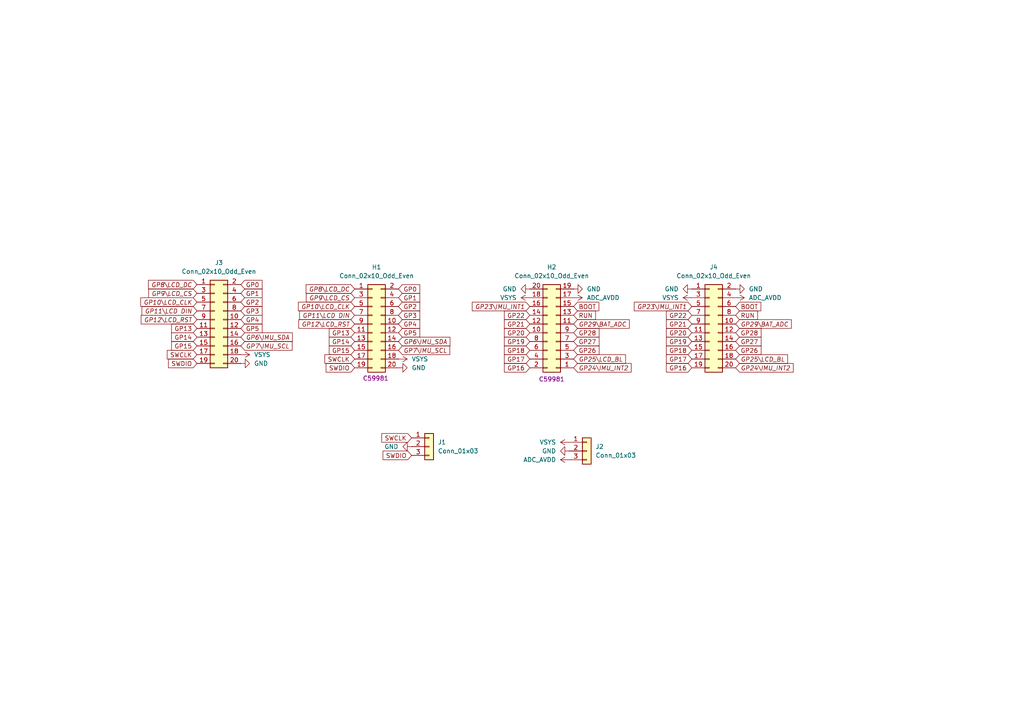
<source format=kicad_sch>
(kicad_sch (version 20231120) (generator "eeschema") (generator_version "8.0")
  (paper "A4")
  (title_block (title "RP2040-LCD-1.28 Adapter") (date "2025-01-18") (rev "1.0") (company "BeMa"))
  (lib_symbols
    (symbol "Connector_Generic:Conn_01x03" (pin_names (offset 1.016) hide)
      (property "Reference" "J" (at 0 5.08 0))
      (property "Value" "Conn_01x03" (at 0 -5.08 0))
      (symbol "Conn_01x03_1_1"
        (rectangle (start -1.27 -2.413) (end 0 -2.667) (stroke (width 0.1524)))
        (rectangle (start -1.27 0.127) (end 0 -0.127) (stroke (width 0.1524)))
        (rectangle (start -1.27 2.667) (end 0 2.413) (stroke (width 0.1524)))
        (rectangle (start -1.27 3.81) (end 1.27 -3.81) (stroke (width 0.254)) (fill (type background)))
        (pin passive line (at -5.08 2.54 0) (length 3.81) (name "Pin_1") (number "1"))
        (pin passive line (at -5.08 0 0) (length 3.81) (name "Pin_2") (number "2"))
        (pin passive line (at -5.08 -2.54 0) (length 3.81) (name "Pin_3") (number "3"))
      )
    )
    (symbol "Connector_Generic:Conn_02x10_Odd_Even" (pin_names (offset 1.016) hide)
      (property "Reference" "J" (at 1.27 12.7 0))
      (property "Value" "Conn_02x10_Odd_Even" (at 1.27 -15.24 0))
      (symbol "Conn_02x10_Odd_Even_1_1"
        (rectangle (start -1.27 -12.573) (end 0 -12.827) (stroke (width 0.1524)))
        (rectangle (start -1.27 -10.033) (end 0 -10.287) (stroke (width 0.1524)))
        (rectangle (start -1.27 -7.493) (end 0 -7.747) (stroke (width 0.1524)))
        (rectangle (start -1.27 -4.953) (end 0 -5.207) (stroke (width 0.1524)))
        (rectangle (start -1.27 -2.413) (end 0 -2.667) (stroke (width 0.1524)))
        (rectangle (start -1.27 0.127) (end 0 -0.127) (stroke (width 0.1524)))
        (rectangle (start -1.27 2.667) (end 0 2.413) (stroke (width 0.1524)))
        (rectangle (start -1.27 5.207) (end 0 4.953) (stroke (width 0.1524)))
        (rectangle (start -1.27 7.747) (end 0 7.493) (stroke (width 0.1524)))
        (rectangle (start -1.27 10.287) (end 0 10.033) (stroke (width 0.1524)))
        (rectangle (start -1.27 11.43) (end 3.81 -13.97) (stroke (width 0.254)) (fill (type background)))
        (rectangle (start 3.81 -12.573) (end 2.54 -12.827) (stroke (width 0.1524)))
        (rectangle (start 3.81 -10.033) (end 2.54 -10.287) (stroke (width 0.1524)))
        (rectangle (start 3.81 -7.493) (end 2.54 -7.747) (stroke (width 0.1524)))
        (rectangle (start 3.81 -4.953) (end 2.54 -5.207) (stroke (width 0.1524)))
        (rectangle (start 3.81 -2.413) (end 2.54 -2.667) (stroke (width 0.1524)))
        (rectangle (start 3.81 0.127) (end 2.54 -0.127) (stroke (width 0.1524)))
        (rectangle (start 3.81 2.667) (end 2.54 2.413) (stroke (width 0.1524)))
        (rectangle (start 3.81 5.207) (end 2.54 4.953) (stroke (width 0.1524)))
        (rectangle (start 3.81 7.747) (end 2.54 7.493) (stroke (width 0.1524)))
        (rectangle (start 3.81 10.287) (end 2.54 10.033) (stroke (width 0.1524)))
        (pin passive line (at -5.08 10.16 0) (length 3.81) (name "Pin_1") (number "1"))
        (pin passive line (at 7.62 0 180) (length 3.81) (name "Pin_10") (number "10"))
        (pin passive line (at -5.08 -2.54 0) (length 3.81) (name "Pin_11") (number "11"))
        (pin passive line (at 7.62 -2.54 180) (length 3.81) (name "Pin_12") (number "12"))
        (pin passive line (at -5.08 -5.08 0) (length 3.81) (name "Pin_13") (number "13"))
        (pin passive line (at 7.62 -5.08 180) (length 3.81) (name "Pin_14") (number "14"))
        (pin passive line (at -5.08 -7.62 0) (length 3.81) (name "Pin_15") (number "15"))
        (pin passive line (at 7.62 -7.62 180) (length 3.81) (name "Pin_16") (number "16"))
        (pin passive line (at -5.08 -10.16 0) (length 3.81) (name "Pin_17") (number "17"))
        (pin passive line (at 7.62 -10.16 180) (length 3.81) (name "Pin_18") (number "18"))
        (pin passive line (at -5.08 -12.7 0) (length 3.81) (name "Pin_19") (number "19"))
        (pin passive line (at 7.62 10.16 180) (length 3.81) (name "Pin_2") (number "2"))
        (pin passive line (at 7.62 -12.7 180) (length 3.81) (name "Pin_20") (number "20"))
        (pin passive line (at -5.08 7.62 0) (length 3.81) (name "Pin_3") (number "3"))
        (pin passive line (at 7.62 7.62 180) (length 3.81) (name "Pin_4") (number "4"))
        (pin passive line (at -5.08 5.08 0) (length 3.81) (name "Pin_5") (number "5"))
        (pin passive line (at 7.62 5.08 180) (length 3.81) (name "Pin_6") (number "6"))
        (pin passive line (at -5.08 2.54 0) (length 3.81) (name "Pin_7") (number "7"))
        (pin passive line (at 7.62 2.54 180) (length 3.81) (name "Pin_8") (number "8"))
        (pin passive line (at -5.08 0 0) (length 3.81) (name "Pin_9") (number "9"))
      )
    )
    (symbol "power:GND" (power) (pin_numbers hide) (pin_names (offset 0) hide)
      (property "Value" "GND" (at 0 -3.81 0))
      (symbol "GND_0_1"
        (polyline (pts (xy 0 0) (xy 0 -1.27) (xy 1.27 -1.27) (xy 0 -2.54) (xy -1.27 -1.27) (xy 0 -1.27)))
      )
      (symbol "GND_1_1"
        (pin power_in line (at 0 0 270) (length 0) (name "~") (number "1"))
      )
    )
    (symbol "power:VCC" (power) (pin_numbers hide) (pin_names (offset 0) hide)
      (property "Value" "VCC" (at 0 3.556 0))
      (symbol "VCC_0_1"
        (polyline (pts (xy -0.762 1.27) (xy 0 2.54)))
        (polyline (pts (xy 0 0) (xy 0 2.54)))
        (polyline (pts (xy 0 2.54) (xy 0.762 1.27)))
      )
      (symbol "VCC_1_1"
        (pin power_in line (at 0 0 90) (length 0) (name "~") (number "1"))
      )
    )
  )
  (global_label "GP14" (shape input) (at 57.15 97.79 180) (property "Intersheetrefs" "${INTERSHEET_REFS}" (effects (hide yes))))
  (global_label "SWDIO" (shape input) (at 57.15 105.41 180) (property "Intersheetrefs" "${INTERSHEET_REFS}" (effects (hide yes))))
  (global_label "SWCLK" (shape input) (at 102.87 104.14 180) (property "Intersheetrefs" "${INTERSHEET_REFS}" (effects (hide yes))))
  (global_label "GP0" (shape input) (at 69.85 82.55 0) (property "Intersheetrefs" "${INTERSHEET_REFS}" (effects (hide yes))))
  (global_label "GP12\\LCD_RST" (shape input) (at 57.15 92.71 180) (effects (font (italic yes))) (property "Intersheetrefs" "${INTERSHEET_REFS}" (effects (hide yes))))
  (global_label "GP15" (shape input) (at 57.15 100.33 180) (property "Intersheetrefs" "${INTERSHEET_REFS}" (effects (hide yes))))
  (global_label "GP26" (shape input) (at 166.37 101.6 0) (property "Intersheetrefs" "${INTERSHEET_REFS}" (effects (hide yes))))
  (global_label "GP27" (shape input) (at 213.36 99.06 0) (property "Intersheetrefs" "${INTERSHEET_REFS}" (effects (hide yes))))
  (global_label "GP1" (shape input) (at 115.57 86.36 0) (property "Intersheetrefs" "${INTERSHEET_REFS}" (effects (hide yes))))
  (global_label "GP13" (shape input) (at 102.87 96.52 180) (property "Intersheetrefs" "${INTERSHEET_REFS}" (effects (hide yes))))
  (global_label "GP10\\LCD_CLK" (shape input) (at 102.87 88.9 180) (effects (font (italic yes))) (property "Intersheetrefs" "${INTERSHEET_REFS}" (effects (hide yes))))
  (global_label "GP3" (shape input) (at 115.57 91.44 0) (property "Intersheetrefs" "${INTERSHEET_REFS}" (effects (hide yes))))
  (global_label "GP28" (shape input) (at 166.37 96.52 0) (property "Intersheetrefs" "${INTERSHEET_REFS}" (effects (hide yes))))
  (global_label "GP7\\IMU_SCL" (shape input) (at 115.57 101.6 0) (effects (font (italic yes))) (property "Intersheetrefs" "${INTERSHEET_REFS}" (effects (hide yes))))
  (global_label "GP23\\IMU_INT1" (shape input) (at 200.66 88.9 180) (effects (font (italic yes))) (property "Intersheetrefs" "${INTERSHEET_REFS}" (effects (hide yes))))
  (global_label "GP16" (shape input) (at 200.66 106.68 180) (property "Intersheetrefs" "${INTERSHEET_REFS}" (effects (hide yes))))
  (global_label "GP29\\BAT_ADC" (shape input) (at 166.37 93.98 0) (effects (font (italic yes))) (property "Intersheetrefs" "${INTERSHEET_REFS}" (effects (hide yes))))
  (global_label "SWCLK" (shape input) (at 119.38 127 180) (property "Intersheetrefs" "${INTERSHEET_REFS}" (effects (hide yes))))
  (global_label "GP25\\LCD_BL" (shape input) (at 213.36 104.14 0) (effects (font (italic yes))) (property "Intersheetrefs" "${INTERSHEET_REFS}" (effects (hide yes))))
  (global_label "GP24\\IMU_INT2" (shape input) (at 213.36 106.68 0) (effects (font (italic yes))) (property "Intersheetrefs" "${INTERSHEET_REFS}" (effects (hide yes))))
  (global_label "GP15" (shape input) (at 102.87 101.6 180) (property "Intersheetrefs" "${INTERSHEET_REFS}" (effects (hide yes))))
  (global_label "GP1" (shape input) (at 69.85 85.09 0) (property "Intersheetrefs" "${INTERSHEET_REFS}" (effects (hide yes))))
  (global_label "GP3" (shape input) (at 69.85 90.17 0) (property "Intersheetrefs" "${INTERSHEET_REFS}" (effects (hide yes))))
  (global_label "GP19" (shape input) (at 200.66 99.06 180) (property "Intersheetrefs" "${INTERSHEET_REFS}" (effects (hide yes))))
  (global_label "SWCLK" (shape input) (at 57.15 102.87 180) (property "Intersheetrefs" "${INTERSHEET_REFS}" (effects (hide yes))))
  (global_label "GP4" (shape input) (at 69.85 92.71 0) (property "Intersheetrefs" "${INTERSHEET_REFS}" (effects (hide yes))))
  (global_label "RUN" (shape input) (at 213.36 91.44 0) (property "Intersheetrefs" "${INTERSHEET_REFS}" (effects (hide yes))))
  (global_label "GP16" (shape input) (at 153.67 106.68 180) (property "Intersheetrefs" "${INTERSHEET_REFS}" (effects (hide yes))))
  (global_label "GP17" (shape input) (at 200.66 104.14 180) (property "Intersheetrefs" "${INTERSHEET_REFS}" (effects (hide yes))))
  (global_label "GP5" (shape input) (at 69.85 95.25 0) (property "Intersheetrefs" "${INTERSHEET_REFS}" (effects (hide yes))))
  (global_label "RUN" (shape input) (at 166.37 91.44 0) (property "Intersheetrefs" "${INTERSHEET_REFS}" (effects (hide yes))))
  (global_label "GP7\\IMU_SCL" (shape input) (at 69.85 100.33 0) (effects (font (italic yes))) (property "Intersheetrefs" "${INTERSHEET_REFS}" (effects (hide yes))))
  (global_label "GP10\\LCD_CLK" (shape input) (at 57.15 87.63 180) (effects (font (italic yes))) (property "Intersheetrefs" "${INTERSHEET_REFS}" (effects (hide yes))))
  (global_label "GP12\\LCD_RST" (shape input) (at 102.87 93.98 180) (effects (font (italic yes))) (property "Intersheetrefs" "${INTERSHEET_REFS}" (effects (hide yes))))
  (global_label "GP26" (shape input) (at 213.36 101.6 0) (property "Intersheetrefs" "${INTERSHEET_REFS}" (effects (hide yes))))
  (global_label "GP9\\LCD_CS" (shape input) (at 57.15 85.09 180) (effects (font (italic yes))) (property "Intersheetrefs" "${INTERSHEET_REFS}" (effects (hide yes))))
  (global_label "GP11\\LCD DIN" (shape input) (at 102.87 91.44 180) (effects (font (italic yes))) (property "Intersheetrefs" "${INTERSHEET_REFS}" (effects (hide yes))))
  (global_label "GP19" (shape input) (at 153.67 99.06 180) (property "Intersheetrefs" "${INTERSHEET_REFS}" (effects (hide yes))))
  (global_label "GP18" (shape input) (at 200.66 101.6 180) (property "Intersheetrefs" "${INTERSHEET_REFS}" (effects (hide yes))))
  (global_label "GP2" (shape input) (at 69.85 87.63 0) (property "Intersheetrefs" "${INTERSHEET_REFS}" (effects (hide yes))))
  (global_label "GP8\\LCD_DC" (shape input) (at 57.15 82.55 180) (effects (font (thickness 0.1588) (italic yes))) (property "Intersheetrefs" "${INTERSHEET_REFS}" (effects (hide yes))))
  (global_label "GP0" (shape input) (at 115.57 83.82 0) (property "Intersheetrefs" "${INTERSHEET_REFS}" (effects (hide yes))))
  (global_label "GP18" (shape input) (at 153.67 101.6 180) (property "Intersheetrefs" "${INTERSHEET_REFS}" (effects (hide yes))))
  (global_label "GP17" (shape input) (at 153.67 104.14 180) (property "Intersheetrefs" "${INTERSHEET_REFS}" (effects (hide yes))))
  (global_label "SWDIO" (shape input) (at 119.38 132.08 180) (property "Intersheetrefs" "${INTERSHEET_REFS}" (effects (hide yes))))
  (global_label "GP4" (shape input) (at 115.57 93.98 0) (property "Intersheetrefs" "${INTERSHEET_REFS}" (effects (hide yes))))
  (global_label "GP2" (shape input) (at 115.57 88.9 0) (property "Intersheetrefs" "${INTERSHEET_REFS}" (effects (hide yes))))
  (global_label "GP21" (shape input) (at 153.67 93.98 180) (property "Intersheetrefs" "${INTERSHEET_REFS}" (effects (hide yes))))
  (global_label "GP20" (shape input) (at 153.67 96.52 180) (property "Intersheetrefs" "${INTERSHEET_REFS}" (effects (hide yes))))
  (global_label "GP11\\LCD DIN" (shape input) (at 57.15 90.17 180) (effects (font (italic yes))) (property "Intersheetrefs" "${INTERSHEET_REFS}" (effects (hide yes))))
  (global_label "GP25\\LCD_BL" (shape input) (at 166.37 104.14 0) (effects (font (italic yes))) (property "Intersheetrefs" "${INTERSHEET_REFS}" (effects (hide yes))))
  (global_label "BOOT" (shape input) (at 166.37 88.9 0) (property "Intersheetrefs" "${INTERSHEET_REFS}" (effects (hide yes))))
  (global_label "GP5" (shape input) (at 115.57 96.52 0) (property "Intersheetrefs" "${INTERSHEET_REFS}" (effects (hide yes))))
  (global_label "GP14" (shape input) (at 102.87 99.06 180) (property "Intersheetrefs" "${INTERSHEET_REFS}" (effects (hide yes))))
  (global_label "GP24\\IMU_INT2" (shape input) (at 166.37 106.68 0) (effects (font (italic yes))) (property "Intersheetrefs" "${INTERSHEET_REFS}" (effects (hide yes))))
  (global_label "GP28" (shape input) (at 213.36 96.52 0) (property "Intersheetrefs" "${INTERSHEET_REFS}" (effects (hide yes))))
  (global_label "GP22" (shape input) (at 200.66 91.44 180) (property "Intersheetrefs" "${INTERSHEET_REFS}" (effects (hide yes))))
  (global_label "GP9\\LCD_CS" (shape input) (at 102.87 86.36 180) (effects (font (italic yes))) (property "Intersheetrefs" "${INTERSHEET_REFS}" (effects (hide yes))))
  (global_label "GP21" (shape input) (at 200.66 93.98 180) (property "Intersheetrefs" "${INTERSHEET_REFS}" (effects (hide yes))))
  (global_label "GP22" (shape input) (at 153.67 91.44 180) (property "Intersheetrefs" "${INTERSHEET_REFS}" (effects (hide yes))))
  (global_label "GP13" (shape input) (at 57.15 95.25 180) (property "Intersheetrefs" "${INTERSHEET_REFS}" (effects (hide yes))))
  (global_label "GP8\\LCD_DC" (shape input) (at 102.87 83.82 180) (effects (font (thickness 0.1588) (italic yes))) (property "Intersheetrefs" "${INTERSHEET_REFS}" (effects (hide yes))))
  (global_label "GP27" (shape input) (at 166.37 99.06 0) (property "Intersheetrefs" "${INTERSHEET_REFS}" (effects (hide yes))))
  (global_label "GP23\\IMU_INT1" (shape input) (at 153.67 88.9 180) (effects (font (italic yes))) (property "Intersheetrefs" "${INTERSHEET_REFS}" (effects (hide yes))))
  (global_label "BOOT" (shape input) (at 213.36 88.9 0) (property "Intersheetrefs" "${INTERSHEET_REFS}" (effects (hide yes))))
  (global_label "GP29\\BAT_ADC" (shape input) (at 213.36 93.98 0) (effects (font (italic yes))) (property "Intersheetrefs" "${INTERSHEET_REFS}" (effects (hide yes))))
  (global_label "SWDIO" (shape input) (at 102.87 106.68 180) (property "Intersheetrefs" "${INTERSHEET_REFS}" (effects (hide yes))))
  (global_label "GP6\\IMU_SDA" (shape input) (at 69.85 97.79 0) (effects (font (italic yes))) (property "Intersheetrefs" "${INTERSHEET_REFS}" (effects (hide yes))))
  (global_label "GP6\\IMU_SDA" (shape input) (at 115.57 99.06 0) (effects (font (italic yes))) (property "Intersheetrefs" "${INTERSHEET_REFS}" (effects (hide yes))))
  (global_label "GP20" (shape input) (at 200.66 96.52 180) (property "Intersheetrefs" "${INTERSHEET_REFS}" (effects (hide yes))))
  (symbol (lib_id "power:GND") (at 165.1 130.81 270) (unit 1)
    (property "Reference" "#PWR014" (effects (hide yes)))
    (property "Value" "GND" (at 161.29 130.8099 90) (effects (justify right)))
    (property "Description" "Power symbol creates a global label with name \"GND\" , ground" (effects (hide yes)))
  )
  (symbol (lib_id "power:GND") (at 115.57 106.68 90) (unit 1)
    (property "Reference" "#PWR01" (effects (hide yes)))
    (property "Value" "GND" (at 119.38 106.6799 90) (effects (justify right)))
    (property "Description" "Power symbol creates a global label with name \"GND\" , ground" (effects (hide yes)))
  )
  (symbol (lib_id "Connector_Generic:Conn_01x03") (at 170.18 130.81 0) (unit 1)
    (property "Reference" "J2" (at 172.72 129.5399 0) (effects (justify left)))
    (property "Value" "Conn_01x03" (at 172.72 132.0799 0) (effects (justify left)))
    (property "Footprint" "Library:PinHeader_1x03_P2.54mm_Vertical" (effects (hide yes)))
    (property "Description" "Generic connector, single row, 01x03, script generated (kicad-library-utils/schlib/autogen/connector/)" (effects (hide yes)))
  )
  (symbol (lib_id "Connector_Generic:Conn_02x10_Odd_Even") (at 107.95 93.98 0) (unit 1)
    (property "Reference" "H1" (at 109.22 77.47 0))
    (property "Value" "Conn_02x10_Odd_Even" (at 109.22 80.01 0))
    (property "Footprint" "Library:PinHeader_2x10_P1.27mm_Vertical_BottomMount_SMD" (effects (hide yes)))
    (property "Description" "Generic connector, double row, 02x10, odd/even pin numbering scheme (row 1 odd numbers, row 2 even numbers), script generated (kicad-library-utils/schlib/autogen/connector/)" (effects (hide yes)))
    (property "LCSC PN" "C59981" (at 108.966 109.728 0))
  )
  (symbol (lib_id "power:VCC") (at 200.66 86.36 90) (unit 1)
    (property "Reference" "#PWR010" (effects (hide yes)))
    (property "Value" "VSYS" (at 196.85 86.3599 90) (effects (justify left)))
    (property "Description" "Power symbol creates a global label with name \"VCC\"" (effects (hide yes)))
  )
  (symbol (lib_id "Connector_Generic:Conn_02x10_Odd_Even") (at 62.23 92.71 0) (unit 1)
    (property "Reference" "J3" (at 63.5 76.2 0))
    (property "Value" "Conn_02x10_Odd_Even" (at 63.5 78.74 0))
    (property "Footprint" "Library:PinHeader_2x10_P2.54mm_Vertical" (effects (hide yes)))
    (property "Description" "Generic connector, double row, 02x10, odd/even pin numbering scheme (row 1 odd numbers, row 2 even numbers), script generated (kicad-library-utils/schlib/autogen/connector/)" (effects (hide yes)))
  )
  (symbol (lib_id "power:GND") (at 166.37 83.82 90) (unit 1)
    (property "Reference" "#PWR03" (effects (hide yes)))
    (property "Value" "GND" (at 170.18 83.8199 90) (effects (justify right)))
    (property "Description" "Power symbol creates a global label with name \"GND\" , ground" (effects (hide yes)))
  )
  (symbol (lib_id "Connector_Generic:Conn_02x10_Odd_Even") (at 161.29 96.52 180) (unit 1)
    (property "Reference" "H2" (at 160.02 77.47 0))
    (property "Value" "Conn_02x10_Odd_Even" (at 160.02 80.01 0))
    (property "Footprint" "Library:PinHeader_2x10_P1.27mm_Vertical_BottomMount_SMD" (effects (hide yes)))
    (property "Description" "Generic connector, double row, 02x10, odd/even pin numbering scheme (row 1 odd numbers, row 2 even numbers), script generated (kicad-library-utils/schlib/autogen/connector/)" (effects (hide yes)))
    (property "LCSC PN" "C59981" (at 160.02 109.982 0))
  )
  (symbol (lib_id "power:GND") (at 119.38 129.54 270) (unit 1)
    (property "Reference" "#PWR013" (effects (hide yes)))
    (property "Value" "GND" (at 115.57 129.5399 90) (effects (justify right)))
    (property "Description" "Power symbol creates a global label with name \"GND\" , ground" (effects (hide yes)))
  )
  (symbol (lib_id "power:GND") (at 200.66 83.82 270) (unit 1)
    (property "Reference" "#PWR09" (effects (hide yes)))
    (property "Value" "GND" (at 196.85 83.8199 90) (effects (justify right)))
    (property "Description" "Power symbol creates a global label with name \"GND\" , ground" (effects (hide yes)))
  )
  (symbol (lib_id "power:VCC") (at 165.1 128.27 90) (unit 1)
    (property "Reference" "#PWR015" (effects (hide yes)))
    (property "Value" "VSYS" (at 161.29 128.2699 90) (effects (justify left)))
    (property "Description" "Power symbol creates a global label with name \"VCC\"" (effects (hide yes)))
  )
  (symbol (lib_id "Connector_Generic:Conn_02x10_Odd_Even") (at 205.74 93.98 0) (unit 1)
    (property "Reference" "J4" (at 207.01 77.47 0))
    (property "Value" "Conn_02x10_Odd_Even" (at 207.01 80.01 0))
    (property "Footprint" "Library:PinHeader_2x10_P2.54mm_Vertical" (effects (hide yes)))
    (property "Description" "Generic connector, double row, 02x10, odd/even pin numbering scheme (row 1 odd numbers, row 2 even numbers), script generated (kicad-library-utils/schlib/autogen/connector/)" (effects (hide yes)))
  )
  (symbol (lib_id "power:GND") (at 69.85 105.41 90) (unit 1)
    (property "Reference" "#PWR08" (effects (hide yes)))
    (property "Value" "GND" (at 73.66 105.4099 90) (effects (justify right)))
    (property "Description" "Power symbol creates a global label with name \"GND\" , ground" (effects (hide yes)))
  )
  (symbol (lib_id "power:VCC") (at 166.37 86.36 270) (unit 1)
    (property "Reference" "#PWR06" (effects (hide yes)))
    (property "Value" "ADC_AVDD" (at 170.18 86.3599 90) (effects (justify left)))
    (property "Description" "Power symbol creates a global label with name \"VCC\"" (effects (hide yes)))
  )
  (symbol (lib_id "power:GND") (at 153.67 83.82 270) (unit 1)
    (property "Reference" "#PWR02" (effects (hide yes)))
    (property "Value" "GND" (at 149.86 83.8199 90) (effects (justify right)))
    (property "Description" "Power symbol creates a global label with name \"GND\" , ground" (effects (hide yes)))
  )
  (symbol (lib_id "power:GND") (at 213.36 83.82 90) (unit 1)
    (property "Reference" "#PWR011" (effects (hide yes)))
    (property "Value" "GND" (at 217.17 83.8199 90) (effects (justify right)))
    (property "Description" "Power symbol creates a global label with name \"GND\" , ground" (effects (hide yes)))
  )
  (symbol (lib_id "power:VCC") (at 69.85 102.87 270) (unit 1)
    (property "Reference" "#PWR07" (effects (hide yes)))
    (property "Value" "VSYS" (at 73.66 102.8699 90) (effects (justify left)))
    (property "Description" "Power symbol creates a global label with name \"VCC\"" (effects (hide yes)))
  )
  (symbol (lib_id "power:VCC") (at 153.67 86.36 90) (unit 1)
    (property "Reference" "#PWR05" (effects (hide yes)))
    (property "Value" "VSYS" (at 149.86 86.3599 90) (effects (justify left)))
    (property "Description" "Power symbol creates a global label with name \"VCC\"" (effects (hide yes)))
  )
  (symbol (lib_id "power:VCC") (at 165.1 133.35 90) (unit 1)
    (property "Reference" "#PWR016" (effects (hide yes)))
    (property "Value" "ADC_AVDD" (at 161.29 133.3499 90) (effects (justify left)))
    (property "Description" "Power symbol creates a global label with name \"VCC\"" (effects (hide yes)))
  )
  (symbol (lib_id "power:VCC") (at 213.36 86.36 270) (unit 1)
    (property "Reference" "#PWR012" (effects (hide yes)))
    (property "Value" "ADC_AVDD" (at 217.17 86.3599 90) (effects (justify left)))
    (property "Description" "Power symbol creates a global label with name \"VCC\"" (effects (hide yes)))
  )
  (symbol (lib_id "power:VCC") (at 115.57 104.14 270) (unit 1)
    (property "Reference" "#PWR04" (effects (hide yes)))
    (property "Value" "VSYS" (at 119.38 104.1399 90) (effects (justify left)))
    (property "Description" "Power symbol creates a global label with name \"VCC\"" (effects (hide yes)))
  )
  (symbol (lib_id "Connector_Generic:Conn_01x03") (at 124.46 129.54 0) (unit 1)
    (property "Reference" "J1" (at 127 128.2699 0) (effects (justify left)))
    (property "Value" "Conn_01x03" (at 127 130.8099 0) (effects (justify left)))
    (property "Footprint" "Library:PinHeader_1x03_P2.54mm_Vertical" (effects (hide yes)))
    (property "Description" "Generic connector, single row, 01x03, script generated (kicad-library-utils/schlib/autogen/connector/)" (effects (hide yes)))
  )
)
</source>
